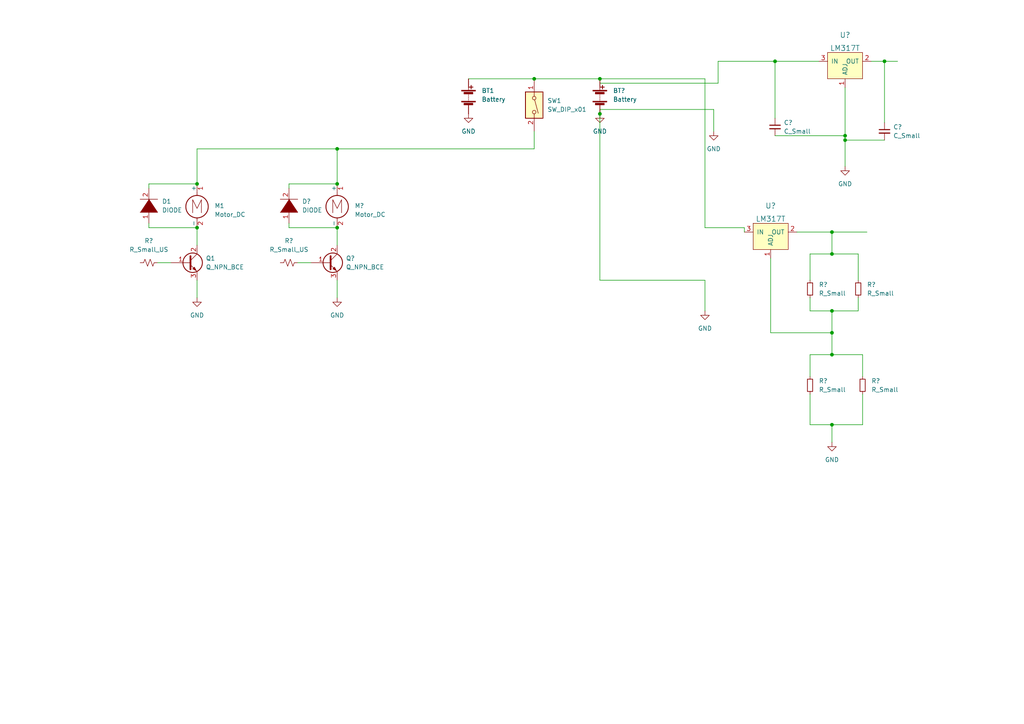
<source format=kicad_sch>
(kicad_sch (version 20211123) (generator eeschema)
  (paper "A4")
  (lib_symbols
    (symbol "Device:Battery" (pin_numbers hide) (pin_names (offset 0) hide)
      (property "Reference" "BT" (at 2.54 2.54 0))
      (property "Value" "Battery" (at 2.54 0 0))
      (symbol "Battery_0_1"
        (rectangle (start -2.032 -1.397) (end 2.032 -1.651) (fill (type outline)))
        (rectangle (start -2.032 1.778) (end 2.032 1.524) (fill (type outline)))
        (rectangle (start -1.3208 -1.9812) (end 1.27 -2.4892) (fill (type outline)))
        (rectangle (start -1.3208 1.1938) (end 1.27 0.6858) (fill (type outline)))
        (polyline (pts (xy 0 -1.524) (xy 0 -1.27)))
        (polyline (pts (xy 0 -1.016) (xy 0 -0.762)))
        (polyline (pts (xy 0 -0.508) (xy 0 -0.254)))
        (polyline (pts (xy 0 0) (xy 0 0.254)))
        (polyline (pts (xy 0 0.508) (xy 0 0.762)))
        (polyline (pts (xy 0 1.778) (xy 0 2.54)))
        (polyline (pts (xy 0.254 2.667) (xy 1.27 2.667)) (stroke (width 0.254)))
        (polyline (pts (xy 0.762 3.175) (xy 0.762 2.159)) (stroke (width 0.254)))
      )
      (symbol "Battery_1_1"
        (pin passive line (at 0 5.08 270) (length 2.54) (name "+") (number "1"))
        (pin passive line (at 0 -5.08 90) (length 2.54) (name "-") (number "2"))
      )
    )
    (symbol "Device:C_Small" (pin_numbers hide) (pin_names (offset 0.254) hide)
      (property "Reference" "C" (at 0.254 1.778 0))
      (property "Value" "C_Small" (at 0.254 -2.032 0))
      (symbol "C_Small_0_1"
        (polyline (pts (xy -1.524 -0.508) (xy 1.524 -0.508)) (stroke (width 0.3302)))
        (polyline (pts (xy -1.524 0.508) (xy 1.524 0.508)) (stroke (width 0.3048)))
      )
      (symbol "C_Small_1_1"
        (pin passive line (at 0 2.54 270) (length 2.032) (name "~") (number "1"))
        (pin passive line (at 0 -2.54 90) (length 2.032) (name "~") (number "2"))
      )
    )
    (symbol "Device:Q_NPN_BCE" (pin_names (offset 0) hide)
      (property "Reference" "Q" (at 5.08 1.27 0))
      (property "Value" "Q_NPN_BCE" (at 5.08 -1.27 0))
      (symbol "Q_NPN_BCE_0_1"
        (polyline (pts (xy 0.635 0.635) (xy 2.54 2.54)))
        (polyline (pts (xy 0.635 -0.635) (xy 2.54 -2.54) (xy 2.54 -2.54)))
        (polyline (pts (xy 0.635 1.905) (xy 0.635 -1.905) (xy 0.635 -1.905)) (stroke (width 0.508)))
        (polyline (pts (xy 1.27 -1.778) (xy 1.778 -1.27) (xy 2.286 -2.286) (xy 1.27 -1.778) (xy 1.27 -1.778)) (fill (type outline)))
        (circle (center 1.27 0) (radius 2.8194) (stroke (width 0.254)))
      )
      (symbol "Q_NPN_BCE_1_1"
        (pin input line (at -5.08 0 0) (length 5.715) (name "B") (number "1"))
        (pin passive line (at 2.54 5.08 270) (length 2.54) (name "C") (number "2"))
        (pin passive line (at 2.54 -5.08 90) (length 2.54) (name "E") (number "3"))
      )
    )
    (symbol "Device:R_Small" (pin_numbers hide) (pin_names (offset 0.254) hide)
      (property "Reference" "R" (at 0.762 0.508 0))
      (property "Value" "R_Small" (at 0.762 -1.016 0))
      (symbol "R_Small_0_1"
        (rectangle (start -0.762 1.778) (end 0.762 -1.778) (stroke (width 0.2032)))
      )
      (symbol "R_Small_1_1"
        (pin passive line (at 0 2.54 270) (length 0.762) (name "~") (number "1"))
        (pin passive line (at 0 -2.54 90) (length 0.762) (name "~") (number "2"))
      )
    )
    (symbol "Device:R_Small_US" (pin_numbers hide) (pin_names (offset 0.254) hide)
      (property "Reference" "R" (at 0.762 0.508 0))
      (property "Value" "R_Small_US" (at 0.762 -1.016 0))
      (symbol "R_Small_US_1_1"
        (polyline (pts (xy 0 0) (xy 1.016 -0.381) (xy 0 -0.762) (xy -1.016 -1.143) (xy 0 -1.524)))
        (polyline (pts (xy 0 1.524) (xy 1.016 1.143) (xy 0 0.762) (xy -1.016 0.381) (xy 0 0)))
        (pin passive line (at 0 2.54 270) (length 1.016) (name "~") (number "1"))
        (pin passive line (at 0 -2.54 90) (length 1.016) (name "~") (number "2"))
      )
    )
    (symbol "Motor:Motor_DC" (pin_names (offset 0))
      (property "Reference" "M" (at 2.54 2.54 0))
      (property "Value" "Motor_DC" (at 2.54 -5.08 0))
      (symbol "Motor_DC_0_0"
        (polyline (pts (xy -1.27 -3.302) (xy -1.27 0.508) (xy 0 -2.032) (xy 1.27 0.508) (xy 1.27 -3.302)))
      )
      (symbol "Motor_DC_0_1"
        (circle (center 0 -1.524) (radius 3.2512) (stroke (width 0.254)))
        (polyline (pts (xy 0 -7.62) (xy 0 -7.112)))
        (polyline (pts (xy 0 -4.7752) (xy 0 -5.1816)))
        (polyline (pts (xy 0 1.7272) (xy 0 2.0828)))
        (polyline (pts (xy 0 2.032) (xy 0 2.54)))
      )
      (symbol "Motor_DC_1_1"
        (pin passive line (at 0 5.08 270) (length 2.54) (name "+") (number "1"))
        (pin passive line (at 0 -7.62 90) (length 2.54) (name "-") (number "2"))
      )
    )
    (symbol "Switch:SW_DIP_x01" (pin_names (offset 0) hide)
      (property "Reference" "SW" (at 0 3.81 0))
      (property "Value" "SW_DIP_x01" (at 0 -3.81 0))
      (symbol "SW_DIP_x01_0_0"
        (circle (center -2.032 0) (radius 0.508))
        (polyline (pts (xy -1.524 0.127) (xy 2.3622 1.1684)))
        (circle (center 2.032 0) (radius 0.508))
      )
      (symbol "SW_DIP_x01_0_1"
        (rectangle (start -3.81 2.54) (end 3.81 -2.54) (stroke (width 0.254)) (fill (type background)))
      )
      (symbol "SW_DIP_x01_1_1"
        (pin passive line (at -7.62 0 0) (length 5.08) (name "~") (number "1"))
        (pin passive line (at 7.62 0 180) (length 5.08) (name "~") (number "2"))
      )
    )
    (symbol "dk_PMIC-Voltage-Regulators-Linear:LM317T" (pin_names (offset 1.016))
      (property "Reference" "U" (at 0 3.81 0))
      (property "Value" "LM317T" (at 0 6.35 0))
      (symbol "LM317T_0_1"
        (rectangle (start -5.08 2.54) (end 5.08 -5.08) (fill (type background)))
      )
      (symbol "LM317T_1_1"
        (pin input line (at 0 -7.62 90) (length 2.54) (name "ADJ") (number "1"))
        (pin power_out line (at 7.62 0 180) (length 2.54) (name "OUT") (number "2"))
        (pin power_in line (at -7.62 0 0) (length 2.54) (name "IN") (number "3"))
      )
    )
    (symbol "power:GND" (power) (pin_names (offset 0))
      (property "Value" "GND" (at 0 -3.81 0))
      (symbol "GND_0_1"
        (polyline (pts (xy 0 0) (xy 0 -1.27) (xy 1.27 -1.27) (xy 0 -2.54) (xy -1.27 -1.27) (xy 0 -1.27)))
      )
      (symbol "GND_1_1"
        (pin power_in line (at 0 0 270) (length 0) hide (name "GND") (number "1"))
      )
    )
    (symbol "pspice:DIODE" (pin_names (offset 1.016) hide)
      (property "Reference" "D" (at 0 3.81 0))
      (property "Value" "DIODE" (at 0 -4.445 0))
      (symbol "DIODE_0_1"
        (polyline (pts (xy 1.905 2.54) (xy 1.905 -2.54)))
        (polyline (pts (xy -1.905 2.54) (xy -1.905 -2.54) (xy 1.905 0)) (fill (type outline)))
      )
      (symbol "DIODE_1_1"
        (pin input line (at -5.08 0 0) (length 3.81) (name "K") (number "1"))
        (pin input line (at 5.08 0 180) (length 3.81) (name "A") (number "2"))
      )
    )
  )
  (junction (at 57.15 53.34))
  (junction (at 154.94 22.86))
  (junction (at 245.11 40.64))
  (junction (at 97.79 53.34))
  (junction (at 245.11 39.37))
  (junction (at 173.99 22.86))
  (junction (at 256.54 17.78))
  (junction (at 241.3 96.52))
  (junction (at 241.3 90.17))
  (junction (at 241.3 73.66))
  (junction (at 97.79 43.18))
  (junction (at 241.3 123.19))
  (junction (at 97.79 66.04))
  (junction (at 57.15 66.04))
  (junction (at 224.79 17.78))
  (junction (at 241.3 67.31))
  (junction (at 173.99 33.02))
  (junction (at 241.3 102.87))
  (wire (pts (xy 204.47 81.28) (xy 204.47 90.17)))
  (wire (pts (xy 57.15 81.28) (xy 57.15 86.36)))
  (wire (pts (xy 45.72 76.2) (xy 49.53 76.2)))
  (wire (pts (xy 245.11 25.4) (xy 245.11 39.37)))
  (wire (pts (xy 224.79 39.37) (xy 245.11 39.37)))
  (wire (pts (xy 245.11 39.37) (xy 245.11 40.64)))
  (wire (pts (xy 173.99 81.28) (xy 204.47 81.28)))
  (wire (pts (xy 245.11 40.64) (xy 256.54 40.64)))
  (wire (pts (xy 83.82 64.77) (xy 83.82 66.04)))
  (wire (pts (xy 252.73 17.78) (xy 256.54 17.78)))
  (wire (pts (xy 204.47 22.86) (xy 204.47 66.04)))
  (wire (pts (xy 86.36 76.2) (xy 90.17 76.2)))
  (wire (pts (xy 83.82 53.34) (xy 97.79 53.34)))
  (wire (pts (xy 43.18 54.61) (xy 43.18 53.34)))
  (wire (pts (xy 241.3 90.17) (xy 241.3 96.52)))
  (wire (pts (xy 173.99 22.86) (xy 204.47 22.86)))
  (wire (pts (xy 241.3 123.19) (xy 241.3 128.27)))
  (wire (pts (xy 83.82 66.04) (xy 97.79 66.04)))
  (wire (pts (xy 97.79 43.18) (xy 57.15 43.18)))
  (wire (pts (xy 245.11 40.64) (xy 245.11 48.26)))
  (wire (pts (xy 234.95 86.36) (xy 234.95 90.17)))
  (wire (pts (xy 43.18 64.77) (xy 43.18 66.04)))
  (wire (pts (xy 241.3 96.52) (xy 241.3 102.87)))
  (wire (pts (xy 250.19 102.87) (xy 250.19 109.22)))
  (wire (pts (xy 234.95 73.66) (xy 234.95 81.28)))
  (wire (pts (xy 207.01 31.75) (xy 173.99 31.75)))
  (wire (pts (xy 173.99 33.02) (xy 173.99 81.28)))
  (wire (pts (xy 224.79 17.78) (xy 224.79 34.29)))
  (wire (pts (xy 97.79 66.04) (xy 97.79 71.12)))
  (wire (pts (xy 241.3 123.19) (xy 250.19 123.19)))
  (wire (pts (xy 97.79 43.18) (xy 97.79 53.34)))
  (wire (pts (xy 204.47 66.04) (xy 215.9 66.04)))
  (wire (pts (xy 250.19 114.3) (xy 250.19 123.19)))
  (wire (pts (xy 207.01 31.75) (xy 207.01 38.1)))
  (wire (pts (xy 241.3 73.66) (xy 234.95 73.66)))
  (wire (pts (xy 43.18 53.34) (xy 57.15 53.34)))
  (wire (pts (xy 208.28 24.13) (xy 208.28 17.78)))
  (wire (pts (xy 241.3 67.31) (xy 251.46 67.31)))
  (wire (pts (xy 248.92 90.17) (xy 248.92 86.36)))
  (wire (pts (xy 173.99 24.13) (xy 208.28 24.13)))
  (wire (pts (xy 154.94 22.86) (xy 173.99 22.86)))
  (wire (pts (xy 57.15 66.04) (xy 57.15 71.12)))
  (wire (pts (xy 241.3 96.52) (xy 223.52 96.52)))
  (wire (pts (xy 224.79 17.78) (xy 237.49 17.78)))
  (wire (pts (xy 248.92 73.66) (xy 248.92 81.28)))
  (wire (pts (xy 256.54 17.78) (xy 256.54 35.56)))
  (wire (pts (xy 154.94 38.1) (xy 154.94 43.18)))
  (wire (pts (xy 256.54 17.78) (xy 260.35 17.78)))
  (wire (pts (xy 97.79 81.28) (xy 97.79 86.36)))
  (wire (pts (xy 43.18 66.04) (xy 57.15 66.04)))
  (wire (pts (xy 241.3 73.66) (xy 248.92 73.66)))
  (wire (pts (xy 173.99 31.75) (xy 173.99 33.02)))
  (wire (pts (xy 223.52 74.93) (xy 223.52 96.52)))
  (wire (pts (xy 234.95 90.17) (xy 241.3 90.17)))
  (wire (pts (xy 154.94 43.18) (xy 97.79 43.18)))
  (wire (pts (xy 241.3 102.87) (xy 250.19 102.87)))
  (wire (pts (xy 83.82 54.61) (xy 83.82 53.34)))
  (wire (pts (xy 135.89 22.86) (xy 154.94 22.86)))
  (wire (pts (xy 234.95 123.19) (xy 241.3 123.19)))
  (wire (pts (xy 234.95 102.87) (xy 234.95 109.22)))
  (wire (pts (xy 241.3 102.87) (xy 234.95 102.87)))
  (wire (pts (xy 215.9 66.04) (xy 215.9 67.31)))
  (wire (pts (xy 231.14 67.31) (xy 241.3 67.31)))
  (wire (pts (xy 234.95 114.3) (xy 234.95 123.19)))
  (wire (pts (xy 57.15 43.18) (xy 57.15 53.34)))
  (wire (pts (xy 241.3 67.31) (xy 241.3 73.66)))
  (wire (pts (xy 208.28 17.78) (xy 224.79 17.78)))
  (wire (pts (xy 241.3 90.17) (xy 248.92 90.17)))
  (symbol (lib_id "pspice:DIODE") (at 43.18 59.69 90) (unit 1)
    (property "Reference" "D1" (at 46.99 58.4199 90) (effects (justify right)))
    (property "Value" "DIODE" (at 46.99 60.9599 90) (effects (justify right)))
  )
  (symbol (lib_id "power:GND") (at 135.89 33.02 0) (unit 1)
    (property "Reference" "#PWR?" (effects hide))
    (property "Value" "GND" (at 135.89 38.1 0))
  )
  (symbol (lib_id "Switch:SW_DIP_x01") (at 154.94 30.48 270) (unit 1)
    (property "Reference" "SW1" (at 158.75 29.2099 90) (effects (justify left)))
    (property "Value" "SW_DIP_x01" (at 158.75 31.7499 90) (effects (justify left)))
  )
  (symbol (lib_id "Device:R_Small_US") (at 43.18 76.2 90) (unit 1)
    (property "Reference" "R?" (at 43.18 69.85 90))
    (property "Value" "R_Small_US" (at 43.18 72.39 90))
  )
  (symbol (lib_id "power:GND") (at 245.11 48.26 0) (unit 1)
    (property "Reference" "#PWR?" (effects hide))
    (property "Value" "GND" (at 245.11 53.34 0))
  )
  (symbol (lib_id "power:GND") (at 241.3 128.27 0) (unit 1)
    (property "Reference" "#PWR?" (effects hide))
    (property "Value" "GND" (at 241.3 133.35 0))
  )
  (symbol (lib_id "Device:R_Small_US") (at 83.82 76.2 90) (unit 1)
    (property "Reference" "R?" (at 83.82 69.85 90))
    (property "Value" "R_Small_US" (at 83.82 72.39 90))
  )
  (symbol (lib_id "Device:Q_NPN_BCE") (at 95.25 76.2 0) (unit 1)
    (property "Reference" "Q?" (at 100.33 74.9299 0) (effects (justify left)))
    (property "Value" "Q_NPN_BCE" (at 100.33 77.4699 0) (effects (justify left)))
    (property "Footprint" "Package_TO_SOT_SMD:SOT-89-3_Handsoldering" (effects hide))
  )
  (symbol (lib_id "dk_PMIC-Voltage-Regulators-Linear:LM317T") (at 245.11 17.78 0) (unit 1)
    (property "Reference" "U?" (at 245.11 10.16 0) (effects (font (size 1.524 1.524))))
    (property "Value" "LM317T" (at 245.11 13.97 0) (effects (font (size 1.524 1.524))))
    (property "Footprint" "digikey-footprints:TO-220-3" (effects hide))
    (property "Datasheet" "http://www.st.com/content/ccc/resource/technical/document/datasheet/group1/a0/db/e6/9b/6f/9c/45/7b/CD00000455/files/CD00000455.pdf/jcr:content/translations/en.CD00000455.pdf" (effects hide))
    (property "Digi-Key_PN" "497-1575-5-ND" (effects hide))
    (property "MPN" "LM317T" (effects hide))
    (property "Category" "Integrated Circuits (ICs)" (effects hide))
    (property "Family" "PMIC - Voltage Regulators - Linear" (effects hide))
    (property "DK_Datasheet_Link" "http://www.st.com/content/ccc/resource/technical/document/datasheet/group1/a0/db/e6/9b/6f/9c/45/7b/CD00000455/files/CD00000455.pdf/jcr:content/translations/en.CD00000455.pdf" (effects hide))
    (property "DK_Detail_Page" "/product-detail/en/stmicroelectronics/LM317T/497-1575-5-ND/591677" (effects hide))
    (property "Description" "IC REG LIN POS ADJ 1.5A TO220AB" (effects hide))
    (property "Manufacturer" "STMicroelectronics" (effects hide))
    (property "Status" "Active" (effects hide))
  )
  (symbol (lib_id "Device:Battery") (at 135.89 27.94 0) (unit 1)
    (property "Reference" "BT1" (at 139.7 26.2889 0) (effects (justify left)))
    (property "Value" "Battery" (at 139.7 28.8289 0) (effects (justify left)))
  )
  (symbol (lib_id "Device:Battery") (at 173.99 27.94 0) (unit 1)
    (property "Reference" "BT?" (at 177.8 26.2889 0) (effects (justify left)))
    (property "Value" "Battery" (at 177.8 28.8289 0) (effects (justify left)))
  )
  (symbol (lib_id "power:GND") (at 97.79 86.36 0) (unit 1)
    (property "Reference" "#PWR?" (effects hide))
    (property "Value" "GND" (at 97.79 91.44 0))
  )
  (symbol (lib_id "Device:C_Small") (at 224.79 36.83 0) (unit 1)
    (property "Reference" "C?" (at 227.33 35.5662 0) (effects (justify left)))
    (property "Value" "C_Small" (at 227.33 38.1062 0) (effects (justify left)))
  )
  (symbol (lib_id "Device:R_Small") (at 248.92 83.82 0) (unit 1)
    (property "Reference" "R?" (at 251.46 82.5499 0) (effects (justify left)))
    (property "Value" "R_Small" (at 251.46 85.0899 0) (effects (justify left)))
  )
  (symbol (lib_id "pspice:DIODE") (at 83.82 59.69 90) (unit 1)
    (property "Reference" "D?" (at 87.63 58.4199 90) (effects (justify right)))
    (property "Value" "DIODE" (at 87.63 60.9599 90) (effects (justify right)))
  )
  (symbol (lib_id "Device:R_Small") (at 250.19 111.76 0) (unit 1)
    (property "Reference" "R?" (at 252.73 110.4899 0) (effects (justify left)))
    (property "Value" "R_Small" (at 252.73 113.0299 0) (effects (justify left)))
  )
  (symbol (lib_id "dk_PMIC-Voltage-Regulators-Linear:LM317T") (at 223.52 67.31 0) (unit 1)
    (property "Reference" "U?" (at 223.52 59.69 0) (effects (font (size 1.524 1.524))))
    (property "Value" "LM317T" (at 223.52 63.5 0) (effects (font (size 1.524 1.524))))
    (property "Footprint" "digikey-footprints:TO-220-3" (effects hide))
    (property "Datasheet" "http://www.st.com/content/ccc/resource/technical/document/datasheet/group1/a0/db/e6/9b/6f/9c/45/7b/CD00000455/files/CD00000455.pdf/jcr:content/translations/en.CD00000455.pdf" (effects hide))
    (property "Digi-Key_PN" "497-1575-5-ND" (effects hide))
    (property "MPN" "LM317T" (effects hide))
    (property "Category" "Integrated Circuits (ICs)" (effects hide))
    (property "Family" "PMIC - Voltage Regulators - Linear" (effects hide))
    (property "DK_Datasheet_Link" "http://www.st.com/content/ccc/resource/technical/document/datasheet/group1/a0/db/e6/9b/6f/9c/45/7b/CD00000455/files/CD00000455.pdf/jcr:content/translations/en.CD00000455.pdf" (effects hide))
    (property "DK_Detail_Page" "/product-detail/en/stmicroelectronics/LM317T/497-1575-5-ND/591677" (effects hide))
    (property "Description" "IC REG LIN POS ADJ 1.5A TO220AB" (effects hide))
    (property "Manufacturer" "STMicroelectronics" (effects hide))
    (property "Status" "Active" (effects hide))
  )
  (symbol (lib_id "Device:C_Small") (at 256.54 38.1 0) (unit 1)
    (property "Reference" "C?" (at 259.08 36.8362 0) (effects (justify left)))
    (property "Value" "C_Small" (at 259.08 39.3762 0) (effects (justify left)))
  )
  (symbol (lib_id "power:GND") (at 207.01 38.1 0) (unit 1)
    (property "Reference" "#PWR?" (effects hide))
    (property "Value" "GND" (at 207.01 43.18 0))
  )
  (symbol (lib_id "Device:R_Small") (at 234.95 111.76 0) (unit 1)
    (property "Reference" "R?" (at 237.49 110.4899 0) (effects (justify left)))
    (property "Value" "R_Small" (at 237.49 113.0299 0) (effects (justify left)))
  )
  (symbol (lib_id "Device:Q_NPN_BCE") (at 54.61 76.2 0) (unit 1)
    (property "Reference" "Q1" (at 59.69 74.9299 0) (effects (justify left)))
    (property "Value" "Q_NPN_BCE" (at 59.69 77.4699 0) (effects (justify left)))
    (property "Footprint" "Package_TO_SOT_SMD:SOT-89-3_Handsoldering" (effects hide))
  )
  (symbol (lib_id "power:GND") (at 57.15 86.36 0) (unit 1)
    (property "Reference" "#PWR?" (effects hide))
    (property "Value" "GND" (at 57.15 91.44 0))
  )
  (symbol (lib_id "Motor:Motor_DC") (at 57.15 58.42 0) (unit 1)
    (property "Reference" "M1" (at 62.23 59.6899 0) (effects (justify left)))
    (property "Value" "Motor_DC" (at 62.23 62.2299 0) (effects (justify left)))
  )
  (symbol (lib_id "Motor:Motor_DC") (at 97.79 58.42 0) (unit 1)
    (property "Reference" "M?" (at 102.87 59.6899 0) (effects (justify left)))
    (property "Value" "Motor_DC" (at 102.87 62.2299 0) (effects (justify left)))
  )
  (symbol (lib_id "power:GND") (at 204.47 90.17 0) (unit 1)
    (property "Reference" "#PWR?" (effects hide))
    (property "Value" "GND" (at 204.47 95.25 0))
  )
  (symbol (lib_id "Device:R_Small") (at 234.95 83.82 0) (unit 1)
    (property "Reference" "R?" (at 237.49 82.5499 0) (effects (justify left)))
    (property "Value" "R_Small" (at 237.49 85.0899 0) (effects (justify left)))
  )
  (symbol (lib_id "power:GND") (at 173.99 33.02 0) (unit 1)
    (property "Reference" "#PWR?" (effects hide))
    (property "Value" "GND" (at 173.99 38.1 0))
  )
)
</source>
